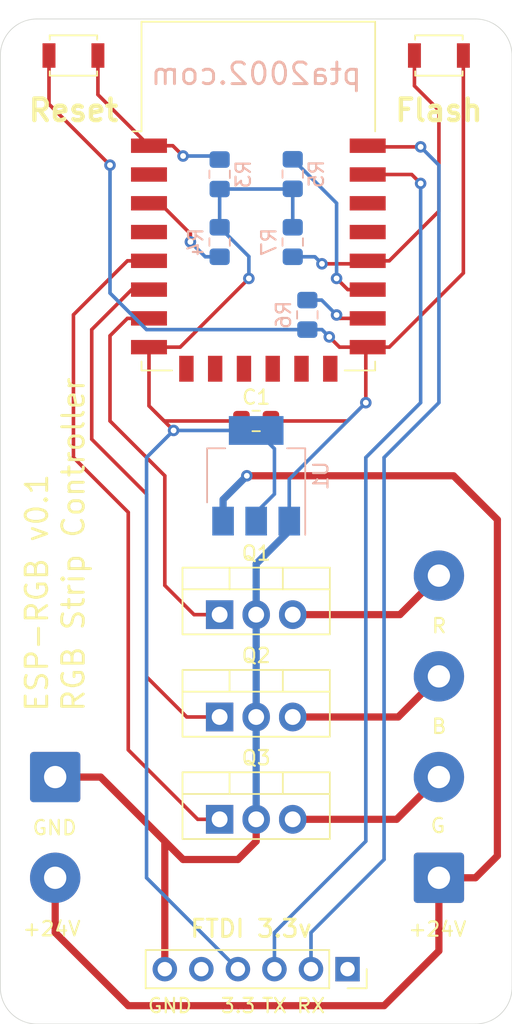
<source format=kicad_pcb>
(kicad_pcb (version 20171130) (host pcbnew 5.1.6)

  (general
    (thickness 1.6)
    (drawings 21)
    (tracks 147)
    (zones 0)
    (modules 16)
    (nets 29)
  )

  (page A4)
  (layers
    (0 F.Cu signal)
    (31 B.Cu signal)
    (32 B.Adhes user)
    (33 F.Adhes user)
    (34 B.Paste user)
    (35 F.Paste user)
    (36 B.SilkS user)
    (37 F.SilkS user)
    (38 B.Mask user)
    (39 F.Mask user)
    (40 Dwgs.User user)
    (41 Cmts.User user)
    (42 Eco1.User user)
    (43 Eco2.User user)
    (44 Edge.Cuts user)
    (45 Margin user)
    (46 B.CrtYd user)
    (47 F.CrtYd user)
    (48 B.Fab user)
    (49 F.Fab user)
  )

  (setup
    (last_trace_width 0.25)
    (user_trace_width 0.25)
    (user_trace_width 0.5)
    (trace_clearance 0.2)
    (zone_clearance 0.508)
    (zone_45_only no)
    (trace_min 0.2)
    (via_size 0.8)
    (via_drill 0.4)
    (via_min_size 0.4)
    (via_min_drill 0.3)
    (uvia_size 0.3)
    (uvia_drill 0.1)
    (uvias_allowed no)
    (uvia_min_size 0.2)
    (uvia_min_drill 0.1)
    (edge_width 0.05)
    (segment_width 0.2)
    (pcb_text_width 0.3)
    (pcb_text_size 1.5 1.5)
    (mod_edge_width 0.12)
    (mod_text_size 1 1)
    (mod_text_width 0.15)
    (pad_size 1.524 1.524)
    (pad_drill 0.762)
    (pad_to_mask_clearance 0.05)
    (aux_axis_origin 0 0)
    (visible_elements FFFFFF7F)
    (pcbplotparams
      (layerselection 0x010fc_ffffffff)
      (usegerberextensions false)
      (usegerberattributes true)
      (usegerberadvancedattributes true)
      (creategerberjobfile true)
      (excludeedgelayer true)
      (linewidth 0.100000)
      (plotframeref false)
      (viasonmask false)
      (mode 1)
      (useauxorigin false)
      (hpglpennumber 1)
      (hpglpenspeed 20)
      (hpglpendiameter 15.000000)
      (psnegative false)
      (psa4output false)
      (plotreference true)
      (plotvalue true)
      (plotinvisibletext false)
      (padsonsilk false)
      (subtractmaskfromsilk false)
      (outputformat 1)
      (mirror false)
      (drillshape 1)
      (scaleselection 1)
      (outputdirectory ""))
  )

  (net 0 "")
  (net 1 "Net-(C1-Pad2)")
  (net 2 "Net-(C1-Pad1)")
  (net 3 "Net-(J1-Pad2)")
  (net 4 "Net-(J2-Pad5)")
  (net 5 "Net-(J2-Pad3)")
  (net 6 "Net-(J2-Pad2)")
  (net 7 "Net-(J2-Pad1)")
  (net 8 "Net-(J3-Pad4)")
  (net 9 "Net-(J3-Pad3)")
  (net 10 "Net-(J3-Pad2)")
  (net 11 "Net-(Q1-Pad1)")
  (net 12 "Net-(Q2-Pad1)")
  (net 13 "Net-(Q3-Pad1)")
  (net 14 "Net-(R3-Pad2)")
  (net 15 "Net-(R4-Pad2)")
  (net 16 "Net-(R5-Pad2)")
  (net 17 "Net-(R6-Pad1)")
  (net 18 "Net-(R7-Pad2)")
  (net 19 "Net-(U2-Pad20)")
  (net 20 "Net-(U2-Pad19)")
  (net 21 "Net-(U2-Pad14)")
  (net 22 "Net-(U2-Pad13)")
  (net 23 "Net-(U2-Pad12)")
  (net 24 "Net-(U2-Pad11)")
  (net 25 "Net-(U2-Pad10)")
  (net 26 "Net-(U2-Pad9)")
  (net 27 "Net-(U2-Pad4)")
  (net 28 "Net-(U2-Pad2)")

  (net_class Default "This is the default net class."
    (clearance 0.2)
    (trace_width 0.25)
    (via_dia 0.8)
    (via_drill 0.4)
    (uvia_dia 0.3)
    (uvia_drill 0.1)
    (add_net "Net-(C1-Pad1)")
    (add_net "Net-(C1-Pad2)")
    (add_net "Net-(J1-Pad2)")
    (add_net "Net-(J2-Pad1)")
    (add_net "Net-(J2-Pad2)")
    (add_net "Net-(J2-Pad3)")
    (add_net "Net-(J2-Pad5)")
    (add_net "Net-(J3-Pad2)")
    (add_net "Net-(J3-Pad3)")
    (add_net "Net-(J3-Pad4)")
    (add_net "Net-(Q1-Pad1)")
    (add_net "Net-(Q2-Pad1)")
    (add_net "Net-(Q3-Pad1)")
    (add_net "Net-(R3-Pad2)")
    (add_net "Net-(R4-Pad2)")
    (add_net "Net-(R5-Pad2)")
    (add_net "Net-(R6-Pad1)")
    (add_net "Net-(R7-Pad2)")
    (add_net "Net-(U2-Pad10)")
    (add_net "Net-(U2-Pad11)")
    (add_net "Net-(U2-Pad12)")
    (add_net "Net-(U2-Pad13)")
    (add_net "Net-(U2-Pad14)")
    (add_net "Net-(U2-Pad19)")
    (add_net "Net-(U2-Pad2)")
    (add_net "Net-(U2-Pad20)")
    (add_net "Net-(U2-Pad4)")
    (add_net "Net-(U2-Pad9)")
  )

  (module Connector_Wire:SolderWire-0.75sqmm_1x02_P7mm_D1.25mm_OD3.5mm (layer F.Cu) (tedit 5EB70B44) (tstamp 5FBD29C0)
    (at 133.35 89.52 270)
    (descr "Soldered wire connection, for 2 times 0.75 mm² wires, reinforced insulation, conductor diameter 1.25mm, outer diameter 3.5mm, size source Multi-Contact FLEXI-xV 0.75 (https://ec.staubli.com/AcroFiles/Catalogues/TM_Cab-Main-11014119_(en)_hi.pdf), bend radius 3 times outer diameter, generated with kicad-footprint-generator")
    (tags "connector wire 0.75sqmm")
    (path /5FBC3278)
    (attr virtual)
    (fp_text reference J1 (at 3.5 -2.95 90) (layer F.Fab)
      (effects (font (size 1 1) (thickness 0.15)))
    )
    (fp_text value 24V (at 3.5 2.95 90) (layer F.Fab)
      (effects (font (size 1 1) (thickness 0.15)))
    )
    (fp_circle (center 0 0) (end 1.75 0) (layer F.Fab) (width 0.1))
    (fp_circle (center 7 0) (end 8.75 0) (layer F.Fab) (width 0.1))
    (fp_line (start -2.5 -2.25) (end -2.5 2.25) (layer F.CrtYd) (width 0.05))
    (fp_line (start -2.5 2.25) (end 2.5 2.25) (layer F.CrtYd) (width 0.05))
    (fp_line (start 2.5 2.25) (end 2.5 -2.25) (layer F.CrtYd) (width 0.05))
    (fp_line (start 2.5 -2.25) (end -2.5 -2.25) (layer F.CrtYd) (width 0.05))
    (fp_line (start 4.5 -2.25) (end 4.5 2.25) (layer F.CrtYd) (width 0.05))
    (fp_line (start 4.5 2.25) (end 9.5 2.25) (layer F.CrtYd) (width 0.05))
    (fp_line (start 9.5 2.25) (end 9.5 -2.25) (layer F.CrtYd) (width 0.05))
    (fp_line (start 9.5 -2.25) (end 4.5 -2.25) (layer F.CrtYd) (width 0.05))
    (fp_text user %R (at 3.5 0) (layer F.Fab)
      (effects (font (size 1 1) (thickness 0.15)))
    )
    (pad 2 thru_hole circle (at 7 0 270) (size 3.5 3.5) (drill 1.55) (layers *.Cu *.Mask)
      (net 3 "Net-(J1-Pad2)"))
    (pad 1 thru_hole roundrect (at 0 0 270) (size 3.5 3.5) (drill 1.55) (layers *.Cu *.Mask) (roundrect_rratio 0.07142900000000001)
      (net 1 "Net-(C1-Pad2)"))
    (model ${KISYS3DMOD}/Connector_Wire.3dshapes/SolderWire-0.75sqmm_1x02_P7mm_D1.25mm_OD3.5mm.wrl
      (at (xyz 0 0 0))
      (scale (xyz 1 1 1))
      (rotate (xyz 0 0 0))
    )
  )

  (module RF_Module:ESP-12E (layer F.Cu) (tedit 5A030172) (tstamp 5FBD0F02)
    (at 147.47 49.14)
    (descr "Wi-Fi Module, http://wiki.ai-thinker.com/_media/esp8266/docs/aithinker_esp_12f_datasheet_en.pdf")
    (tags "Wi-Fi Module")
    (path /5FBE1477)
    (attr smd)
    (fp_text reference U2 (at 10.645 11.82) (layer F.SilkS) hide
      (effects (font (size 1 1) (thickness 0.15)))
    )
    (fp_text value ESP-12F (at -0.06 -12.78) (layer F.Fab)
      (effects (font (size 1 1) (thickness 0.15)))
    )
    (fp_line (start -8 -12) (end 8 -12) (layer F.Fab) (width 0.12))
    (fp_line (start 8 -12) (end 8 12) (layer F.Fab) (width 0.12))
    (fp_line (start 8 12) (end -8 12) (layer F.Fab) (width 0.12))
    (fp_line (start -8 12) (end -8 -3) (layer F.Fab) (width 0.12))
    (fp_line (start -8 -3) (end -7.5 -3.5) (layer F.Fab) (width 0.12))
    (fp_line (start -7.5 -3.5) (end -8 -4) (layer F.Fab) (width 0.12))
    (fp_line (start -8 -4) (end -8 -12) (layer F.Fab) (width 0.12))
    (fp_line (start -9.05 -12.2) (end 9.05 -12.2) (layer F.CrtYd) (width 0.05))
    (fp_line (start 9.05 -12.2) (end 9.05 13.1) (layer F.CrtYd) (width 0.05))
    (fp_line (start 9.05 13.1) (end -9.05 13.1) (layer F.CrtYd) (width 0.05))
    (fp_line (start -9.05 13.1) (end -9.05 -12.2) (layer F.CrtYd) (width 0.05))
    (fp_line (start -8.12 -12.12) (end 8.12 -12.12) (layer F.SilkS) (width 0.12))
    (fp_line (start 8.12 -12.12) (end 8.12 -4.5) (layer F.SilkS) (width 0.12))
    (fp_line (start 8.12 11.5) (end 8.12 12.12) (layer F.SilkS) (width 0.12))
    (fp_line (start 8.12 12.12) (end 6 12.12) (layer F.SilkS) (width 0.12))
    (fp_line (start -6 12.12) (end -8.12 12.12) (layer F.SilkS) (width 0.12))
    (fp_line (start -8.12 12.12) (end -8.12 11.5) (layer F.SilkS) (width 0.12))
    (fp_line (start -8.12 -4.5) (end -8.12 -12.12) (layer F.SilkS) (width 0.12))
    (fp_line (start -8.12 -4.5) (end -8.73 -4.5) (layer F.SilkS) (width 0.12))
    (fp_line (start -8.12 -12.12) (end 8.12 -12.12) (layer Dwgs.User) (width 0.12))
    (fp_line (start 8.12 -12.12) (end 8.12 -4.8) (layer Dwgs.User) (width 0.12))
    (fp_line (start 8.12 -4.8) (end -8.12 -4.8) (layer Dwgs.User) (width 0.12))
    (fp_line (start -8.12 -4.8) (end -8.12 -12.12) (layer Dwgs.User) (width 0.12))
    (fp_line (start -8.12 -9.12) (end -5.12 -12.12) (layer Dwgs.User) (width 0.12))
    (fp_line (start -8.12 -6.12) (end -2.12 -12.12) (layer Dwgs.User) (width 0.12))
    (fp_line (start -6.44 -4.8) (end 0.88 -12.12) (layer Dwgs.User) (width 0.12))
    (fp_line (start -3.44 -4.8) (end 3.88 -12.12) (layer Dwgs.User) (width 0.12))
    (fp_line (start -0.44 -4.8) (end 6.88 -12.12) (layer Dwgs.User) (width 0.12))
    (fp_line (start 2.56 -4.8) (end 8.12 -10.36) (layer Dwgs.User) (width 0.12))
    (fp_line (start 5.56 -4.8) (end 8.12 -7.36) (layer Dwgs.User) (width 0.12))
    (fp_text user %R (at 0.49 -0.8) (layer F.Fab)
      (effects (font (size 1 1) (thickness 0.15)))
    )
    (fp_text user "KEEP-OUT ZONE" (at 0.03 -9.55 180) (layer Cmts.User)
      (effects (font (size 1 1) (thickness 0.15)))
    )
    (fp_text user Antenna (at -0.06 -7 180) (layer Cmts.User)
      (effects (font (size 1 1) (thickness 0.15)))
    )
    (pad 22 smd rect (at 7.6 -3.5) (size 2.5 1) (layers F.Cu F.Paste F.Mask)
      (net 6 "Net-(J2-Pad2)"))
    (pad 21 smd rect (at 7.6 -1.5) (size 2.5 1) (layers F.Cu F.Paste F.Mask)
      (net 5 "Net-(J2-Pad3)"))
    (pad 20 smd rect (at 7.6 0.5) (size 2.5 1) (layers F.Cu F.Paste F.Mask)
      (net 19 "Net-(U2-Pad20)"))
    (pad 19 smd rect (at 7.6 2.5) (size 2.5 1) (layers F.Cu F.Paste F.Mask)
      (net 20 "Net-(U2-Pad19)"))
    (pad 18 smd rect (at 7.6 4.5) (size 2.5 1) (layers F.Cu F.Paste F.Mask)
      (net 18 "Net-(R7-Pad2)"))
    (pad 17 smd rect (at 7.6 6.5) (size 2.5 1) (layers F.Cu F.Paste F.Mask)
      (net 16 "Net-(R5-Pad2)"))
    (pad 16 smd rect (at 7.6 8.5) (size 2.5 1) (layers F.Cu F.Paste F.Mask)
      (net 17 "Net-(R6-Pad1)"))
    (pad 15 smd rect (at 7.6 10.5) (size 2.5 1) (layers F.Cu F.Paste F.Mask)
      (net 1 "Net-(C1-Pad2)"))
    (pad 14 smd rect (at 5 12) (size 1 1.8) (layers F.Cu F.Paste F.Mask)
      (net 21 "Net-(U2-Pad14)"))
    (pad 13 smd rect (at 3 12) (size 1 1.8) (layers F.Cu F.Paste F.Mask)
      (net 22 "Net-(U2-Pad13)"))
    (pad 12 smd rect (at 1 12) (size 1 1.8) (layers F.Cu F.Paste F.Mask)
      (net 23 "Net-(U2-Pad12)"))
    (pad 11 smd rect (at -1 12) (size 1 1.8) (layers F.Cu F.Paste F.Mask)
      (net 24 "Net-(U2-Pad11)"))
    (pad 10 smd rect (at -3 12) (size 1 1.8) (layers F.Cu F.Paste F.Mask)
      (net 25 "Net-(U2-Pad10)"))
    (pad 9 smd rect (at -5 12) (size 1 1.8) (layers F.Cu F.Paste F.Mask)
      (net 26 "Net-(U2-Pad9)"))
    (pad 8 smd rect (at -7.6 10.5) (size 2.5 1) (layers F.Cu F.Paste F.Mask)
      (net 2 "Net-(C1-Pad1)"))
    (pad 7 smd rect (at -7.6 8.5) (size 2.5 1) (layers F.Cu F.Paste F.Mask)
      (net 11 "Net-(Q1-Pad1)"))
    (pad 6 smd rect (at -7.6 6.5) (size 2.5 1) (layers F.Cu F.Paste F.Mask)
      (net 12 "Net-(Q2-Pad1)"))
    (pad 5 smd rect (at -7.6 4.5) (size 2.5 1) (layers F.Cu F.Paste F.Mask)
      (net 13 "Net-(Q3-Pad1)"))
    (pad 4 smd rect (at -7.6 2.5) (size 2.5 1) (layers F.Cu F.Paste F.Mask)
      (net 27 "Net-(U2-Pad4)"))
    (pad 3 smd rect (at -7.6 0.5) (size 2.5 1) (layers F.Cu F.Paste F.Mask)
      (net 15 "Net-(R4-Pad2)"))
    (pad 2 smd rect (at -7.6 -1.5) (size 2.5 1) (layers F.Cu F.Paste F.Mask)
      (net 28 "Net-(U2-Pad2)"))
    (pad 1 smd rect (at -7.6 -3.5) (size 2.5 1) (layers F.Cu F.Paste F.Mask)
      (net 14 "Net-(R3-Pad2)"))
    (model ${KISYS3DMOD}/RF_Module.3dshapes/ESP-12E.wrl
      (at (xyz 0 0 0))
      (scale (xyz 1 1 1))
      (rotate (xyz 0 0 0))
    )
  )

  (module Package_TO_SOT_SMD:SOT-223-3_TabPin2 (layer B.Cu) (tedit 5A02FF57) (tstamp 5FBD12BE)
    (at 147.32 68.58 90)
    (descr "module CMS SOT223 4 pins")
    (tags "CMS SOT")
    (path /5FBD4285)
    (attr smd)
    (fp_text reference U1 (at 0 4.5 90) (layer B.SilkS)
      (effects (font (size 1 1) (thickness 0.15)) (justify mirror))
    )
    (fp_text value LM1117-3.3 (at 0 -4.5 90) (layer B.Fab)
      (effects (font (size 1 1) (thickness 0.15)) (justify mirror))
    )
    (fp_line (start 1.91 -3.41) (end 1.91 -2.15) (layer B.SilkS) (width 0.12))
    (fp_line (start 1.91 3.41) (end 1.91 2.15) (layer B.SilkS) (width 0.12))
    (fp_line (start 4.4 3.6) (end -4.4 3.6) (layer B.CrtYd) (width 0.05))
    (fp_line (start 4.4 -3.6) (end 4.4 3.6) (layer B.CrtYd) (width 0.05))
    (fp_line (start -4.4 -3.6) (end 4.4 -3.6) (layer B.CrtYd) (width 0.05))
    (fp_line (start -4.4 3.6) (end -4.4 -3.6) (layer B.CrtYd) (width 0.05))
    (fp_line (start -1.85 2.35) (end -0.85 3.35) (layer B.Fab) (width 0.1))
    (fp_line (start -1.85 2.35) (end -1.85 -3.35) (layer B.Fab) (width 0.1))
    (fp_line (start -1.85 -3.41) (end 1.91 -3.41) (layer B.SilkS) (width 0.12))
    (fp_line (start -0.85 3.35) (end 1.85 3.35) (layer B.Fab) (width 0.1))
    (fp_line (start -4.1 3.41) (end 1.91 3.41) (layer B.SilkS) (width 0.12))
    (fp_line (start -1.85 -3.35) (end 1.85 -3.35) (layer B.Fab) (width 0.1))
    (fp_line (start 1.85 3.35) (end 1.85 -3.35) (layer B.Fab) (width 0.1))
    (fp_text user %R (at 0 0 180) (layer B.Fab)
      (effects (font (size 0.8 0.8) (thickness 0.12)) (justify mirror))
    )
    (pad 1 smd rect (at -3.15 2.3 90) (size 2 1.5) (layers B.Cu B.Paste B.Mask)
      (net 1 "Net-(C1-Pad2)"))
    (pad 3 smd rect (at -3.15 -2.3 90) (size 2 1.5) (layers B.Cu B.Paste B.Mask)
      (net 3 "Net-(J1-Pad2)"))
    (pad 2 smd rect (at -3.15 0 90) (size 2 1.5) (layers B.Cu B.Paste B.Mask)
      (net 2 "Net-(C1-Pad1)"))
    (pad 2 smd rect (at 3.15 0 90) (size 2 3.8) (layers B.Cu B.Paste B.Mask)
      (net 2 "Net-(C1-Pad1)"))
    (model ${KISYS3DMOD}/Package_TO_SOT_SMD.3dshapes/SOT-223.wrl
      (at (xyz 0 0 0))
      (scale (xyz 1 1 1))
      (rotate (xyz 0 0 0))
    )
  )

  (module Button_Switch_SMD:SW_SPST_B3U-1000P (layer F.Cu) (tedit 5A02FC95) (tstamp 5FBD0EB1)
    (at 160.02 39.37)
    (descr "Ultra-small-sized Tactile Switch with High Contact Reliability, Top-actuated Model, without Ground Terminal, without Boss")
    (tags "Tactile Switch")
    (path /5FBF189D)
    (attr smd)
    (fp_text reference SW2 (at 0 -2.5) (layer F.Fab)
      (effects (font (size 1 1) (thickness 0.15)))
    )
    (fp_text value Flash (at 0 3.81) (layer F.SilkS)
      (effects (font (size 1.5 1.5) (thickness 0.3)))
    )
    (fp_line (start -2.4 1.65) (end 2.4 1.65) (layer F.CrtYd) (width 0.05))
    (fp_line (start 2.4 1.65) (end 2.4 -1.65) (layer F.CrtYd) (width 0.05))
    (fp_line (start 2.4 -1.65) (end -2.4 -1.65) (layer F.CrtYd) (width 0.05))
    (fp_line (start -2.4 -1.65) (end -2.4 1.65) (layer F.CrtYd) (width 0.05))
    (fp_line (start -1.65 1.1) (end -1.65 1.4) (layer F.SilkS) (width 0.12))
    (fp_line (start -1.65 1.4) (end 1.65 1.4) (layer F.SilkS) (width 0.12))
    (fp_line (start 1.65 1.4) (end 1.65 1.1) (layer F.SilkS) (width 0.12))
    (fp_line (start -1.65 -1.1) (end -1.65 -1.4) (layer F.SilkS) (width 0.12))
    (fp_line (start -1.65 -1.4) (end 1.65 -1.4) (layer F.SilkS) (width 0.12))
    (fp_line (start 1.65 -1.4) (end 1.65 -1.1) (layer F.SilkS) (width 0.12))
    (fp_line (start -1.5 -1.25) (end 1.5 -1.25) (layer F.Fab) (width 0.1))
    (fp_line (start 1.5 -1.25) (end 1.5 1.25) (layer F.Fab) (width 0.1))
    (fp_line (start 1.5 1.25) (end -1.5 1.25) (layer F.Fab) (width 0.1))
    (fp_line (start -1.5 1.25) (end -1.5 -1.25) (layer F.Fab) (width 0.1))
    (fp_circle (center 0 0) (end 0.75 0) (layer F.Fab) (width 0.1))
    (fp_text user %R (at 0 -2.5) (layer F.Fab)
      (effects (font (size 1 1) (thickness 0.15)))
    )
    (pad 2 smd rect (at 1.7 0) (size 0.9 1.7) (layers F.Cu F.Paste F.Mask)
      (net 1 "Net-(C1-Pad2)"))
    (pad 1 smd rect (at -1.7 0) (size 0.9 1.7) (layers F.Cu F.Paste F.Mask)
      (net 18 "Net-(R7-Pad2)"))
    (model ${KISYS3DMOD}/Button_Switch_SMD.3dshapes/SW_SPST_B3U-1000P.wrl
      (at (xyz 0 0 0))
      (scale (xyz 1 1 1))
      (rotate (xyz 0 0 0))
    )
  )

  (module Button_Switch_SMD:SW_SPST_B3U-1000P (layer F.Cu) (tedit 5A02FC95) (tstamp 5FBD31EB)
    (at 134.62 39.37)
    (descr "Ultra-small-sized Tactile Switch with High Contact Reliability, Top-actuated Model, without Ground Terminal, without Boss")
    (tags "Tactile Switch")
    (path /5FBEC80A)
    (attr smd)
    (fp_text reference SW1 (at 0 -2.5) (layer F.Fab)
      (effects (font (size 1 1) (thickness 0.15)))
    )
    (fp_text value Reset (at 0 3.81) (layer F.SilkS)
      (effects (font (size 1.5 1.5) (thickness 0.3)))
    )
    (fp_line (start -2.4 1.65) (end 2.4 1.65) (layer F.CrtYd) (width 0.05))
    (fp_line (start 2.4 1.65) (end 2.4 -1.65) (layer F.CrtYd) (width 0.05))
    (fp_line (start 2.4 -1.65) (end -2.4 -1.65) (layer F.CrtYd) (width 0.05))
    (fp_line (start -2.4 -1.65) (end -2.4 1.65) (layer F.CrtYd) (width 0.05))
    (fp_line (start -1.65 1.1) (end -1.65 1.4) (layer F.SilkS) (width 0.12))
    (fp_line (start -1.65 1.4) (end 1.65 1.4) (layer F.SilkS) (width 0.12))
    (fp_line (start 1.65 1.4) (end 1.65 1.1) (layer F.SilkS) (width 0.12))
    (fp_line (start -1.65 -1.1) (end -1.65 -1.4) (layer F.SilkS) (width 0.12))
    (fp_line (start -1.65 -1.4) (end 1.65 -1.4) (layer F.SilkS) (width 0.12))
    (fp_line (start 1.65 -1.4) (end 1.65 -1.1) (layer F.SilkS) (width 0.12))
    (fp_line (start -1.5 -1.25) (end 1.5 -1.25) (layer F.Fab) (width 0.1))
    (fp_line (start 1.5 -1.25) (end 1.5 1.25) (layer F.Fab) (width 0.1))
    (fp_line (start 1.5 1.25) (end -1.5 1.25) (layer F.Fab) (width 0.1))
    (fp_line (start -1.5 1.25) (end -1.5 -1.25) (layer F.Fab) (width 0.1))
    (fp_circle (center 0 0) (end 0.75 0) (layer F.Fab) (width 0.1))
    (fp_text user %R (at 0 -2.5) (layer F.Fab)
      (effects (font (size 1 1) (thickness 0.15)))
    )
    (pad 2 smd rect (at 1.7 0) (size 0.9 1.7) (layers F.Cu F.Paste F.Mask)
      (net 14 "Net-(R3-Pad2)"))
    (pad 1 smd rect (at -1.7 0) (size 0.9 1.7) (layers F.Cu F.Paste F.Mask)
      (net 1 "Net-(C1-Pad2)"))
    (model ${KISYS3DMOD}/Button_Switch_SMD.3dshapes/SW_SPST_B3U-1000P.wrl
      (at (xyz 0 0 0))
      (scale (xyz 1 1 1))
      (rotate (xyz 0 0 0))
    )
  )

  (module Resistor_SMD:R_0805_2012Metric_Pad1.15x1.40mm_HandSolder (layer B.Cu) (tedit 5B36C52B) (tstamp 5FBD0E85)
    (at 149.86 52.333 270)
    (descr "Resistor SMD 0805 (2012 Metric), square (rectangular) end terminal, IPC_7351 nominal with elongated pad for handsoldering. (Body size source: https://docs.google.com/spreadsheets/d/1BsfQQcO9C6DZCsRaXUlFlo91Tg2WpOkGARC1WS5S8t0/edit?usp=sharing), generated with kicad-footprint-generator")
    (tags "resistor handsolder")
    (path /5FBF0D35)
    (attr smd)
    (fp_text reference R7 (at 0 1.65 90) (layer B.SilkS)
      (effects (font (size 1 1) (thickness 0.15)) (justify mirror))
    )
    (fp_text value 10k (at 0 -1.65 90) (layer B.Fab)
      (effects (font (size 1 1) (thickness 0.15)) (justify mirror))
    )
    (fp_line (start -1 -0.6) (end -1 0.6) (layer B.Fab) (width 0.1))
    (fp_line (start -1 0.6) (end 1 0.6) (layer B.Fab) (width 0.1))
    (fp_line (start 1 0.6) (end 1 -0.6) (layer B.Fab) (width 0.1))
    (fp_line (start 1 -0.6) (end -1 -0.6) (layer B.Fab) (width 0.1))
    (fp_line (start -0.261252 0.71) (end 0.261252 0.71) (layer B.SilkS) (width 0.12))
    (fp_line (start -0.261252 -0.71) (end 0.261252 -0.71) (layer B.SilkS) (width 0.12))
    (fp_line (start -1.85 -0.95) (end -1.85 0.95) (layer B.CrtYd) (width 0.05))
    (fp_line (start -1.85 0.95) (end 1.85 0.95) (layer B.CrtYd) (width 0.05))
    (fp_line (start 1.85 0.95) (end 1.85 -0.95) (layer B.CrtYd) (width 0.05))
    (fp_line (start 1.85 -0.95) (end -1.85 -0.95) (layer B.CrtYd) (width 0.05))
    (fp_text user %R (at 0 0 90) (layer B.Fab)
      (effects (font (size 0.5 0.5) (thickness 0.08)) (justify mirror))
    )
    (pad 2 smd roundrect (at 1.025 0 270) (size 1.15 1.4) (layers B.Cu B.Paste B.Mask) (roundrect_rratio 0.217391)
      (net 18 "Net-(R7-Pad2)"))
    (pad 1 smd roundrect (at -1.025 0 270) (size 1.15 1.4) (layers B.Cu B.Paste B.Mask) (roundrect_rratio 0.217391)
      (net 2 "Net-(C1-Pad1)"))
    (model ${KISYS3DMOD}/Resistor_SMD.3dshapes/R_0805_2012Metric.wrl
      (at (xyz 0 0 0))
      (scale (xyz 1 1 1))
      (rotate (xyz 0 0 0))
    )
  )

  (module Resistor_SMD:R_0805_2012Metric_Pad1.15x1.40mm_HandSolder (layer B.Cu) (tedit 5B36C52B) (tstamp 5FBD0E74)
    (at 150.876 57.395 270)
    (descr "Resistor SMD 0805 (2012 Metric), square (rectangular) end terminal, IPC_7351 nominal with elongated pad for handsoldering. (Body size source: https://docs.google.com/spreadsheets/d/1BsfQQcO9C6DZCsRaXUlFlo91Tg2WpOkGARC1WS5S8t0/edit?usp=sharing), generated with kicad-footprint-generator")
    (tags "resistor handsolder")
    (path /5FBF00A2)
    (attr smd)
    (fp_text reference R6 (at 0 1.65 90) (layer B.SilkS)
      (effects (font (size 1 1) (thickness 0.15)) (justify mirror))
    )
    (fp_text value 10k (at 0 -1.65 90) (layer B.Fab)
      (effects (font (size 1 1) (thickness 0.15)) (justify mirror))
    )
    (fp_line (start -1 -0.6) (end -1 0.6) (layer B.Fab) (width 0.1))
    (fp_line (start -1 0.6) (end 1 0.6) (layer B.Fab) (width 0.1))
    (fp_line (start 1 0.6) (end 1 -0.6) (layer B.Fab) (width 0.1))
    (fp_line (start 1 -0.6) (end -1 -0.6) (layer B.Fab) (width 0.1))
    (fp_line (start -0.261252 0.71) (end 0.261252 0.71) (layer B.SilkS) (width 0.12))
    (fp_line (start -0.261252 -0.71) (end 0.261252 -0.71) (layer B.SilkS) (width 0.12))
    (fp_line (start -1.85 -0.95) (end -1.85 0.95) (layer B.CrtYd) (width 0.05))
    (fp_line (start -1.85 0.95) (end 1.85 0.95) (layer B.CrtYd) (width 0.05))
    (fp_line (start 1.85 0.95) (end 1.85 -0.95) (layer B.CrtYd) (width 0.05))
    (fp_line (start 1.85 -0.95) (end -1.85 -0.95) (layer B.CrtYd) (width 0.05))
    (fp_text user %R (at 0 0 90) (layer B.Fab)
      (effects (font (size 0.5 0.5) (thickness 0.08)) (justify mirror))
    )
    (pad 2 smd roundrect (at 1.025 0 270) (size 1.15 1.4) (layers B.Cu B.Paste B.Mask) (roundrect_rratio 0.217391)
      (net 1 "Net-(C1-Pad2)"))
    (pad 1 smd roundrect (at -1.025 0 270) (size 1.15 1.4) (layers B.Cu B.Paste B.Mask) (roundrect_rratio 0.217391)
      (net 17 "Net-(R6-Pad1)"))
    (model ${KISYS3DMOD}/Resistor_SMD.3dshapes/R_0805_2012Metric.wrl
      (at (xyz 0 0 0))
      (scale (xyz 1 1 1))
      (rotate (xyz 0 0 0))
    )
  )

  (module Resistor_SMD:R_0805_2012Metric_Pad1.15x1.40mm_HandSolder (layer B.Cu) (tedit 5B36C52B) (tstamp 5FBD0E63)
    (at 149.86 47.609004 90)
    (descr "Resistor SMD 0805 (2012 Metric), square (rectangular) end terminal, IPC_7351 nominal with elongated pad for handsoldering. (Body size source: https://docs.google.com/spreadsheets/d/1BsfQQcO9C6DZCsRaXUlFlo91Tg2WpOkGARC1WS5S8t0/edit?usp=sharing), generated with kicad-footprint-generator")
    (tags "resistor handsolder")
    (path /5FBF849C)
    (attr smd)
    (fp_text reference R5 (at 0 1.65 90) (layer B.SilkS)
      (effects (font (size 1 1) (thickness 0.15)) (justify mirror))
    )
    (fp_text value 10k (at 0 -1.65 90) (layer B.Fab)
      (effects (font (size 1 1) (thickness 0.15)) (justify mirror))
    )
    (fp_line (start -1 -0.6) (end -1 0.6) (layer B.Fab) (width 0.1))
    (fp_line (start -1 0.6) (end 1 0.6) (layer B.Fab) (width 0.1))
    (fp_line (start 1 0.6) (end 1 -0.6) (layer B.Fab) (width 0.1))
    (fp_line (start 1 -0.6) (end -1 -0.6) (layer B.Fab) (width 0.1))
    (fp_line (start -0.261252 0.71) (end 0.261252 0.71) (layer B.SilkS) (width 0.12))
    (fp_line (start -0.261252 -0.71) (end 0.261252 -0.71) (layer B.SilkS) (width 0.12))
    (fp_line (start -1.85 -0.95) (end -1.85 0.95) (layer B.CrtYd) (width 0.05))
    (fp_line (start -1.85 0.95) (end 1.85 0.95) (layer B.CrtYd) (width 0.05))
    (fp_line (start 1.85 0.95) (end 1.85 -0.95) (layer B.CrtYd) (width 0.05))
    (fp_line (start 1.85 -0.95) (end -1.85 -0.95) (layer B.CrtYd) (width 0.05))
    (fp_text user %R (at 0 0 90) (layer B.Fab)
      (effects (font (size 0.5 0.5) (thickness 0.08)) (justify mirror))
    )
    (pad 2 smd roundrect (at 1.025 0 90) (size 1.15 1.4) (layers B.Cu B.Paste B.Mask) (roundrect_rratio 0.217391)
      (net 16 "Net-(R5-Pad2)"))
    (pad 1 smd roundrect (at -1.025 0 90) (size 1.15 1.4) (layers B.Cu B.Paste B.Mask) (roundrect_rratio 0.217391)
      (net 2 "Net-(C1-Pad1)"))
    (model ${KISYS3DMOD}/Resistor_SMD.3dshapes/R_0805_2012Metric.wrl
      (at (xyz 0 0 0))
      (scale (xyz 1 1 1))
      (rotate (xyz 0 0 0))
    )
  )

  (module Resistor_SMD:R_0805_2012Metric_Pad1.15x1.40mm_HandSolder (layer B.Cu) (tedit 5B36C52B) (tstamp 5FBD0E52)
    (at 144.78 52.333 270)
    (descr "Resistor SMD 0805 (2012 Metric), square (rectangular) end terminal, IPC_7351 nominal with elongated pad for handsoldering. (Body size source: https://docs.google.com/spreadsheets/d/1BsfQQcO9C6DZCsRaXUlFlo91Tg2WpOkGARC1WS5S8t0/edit?usp=sharing), generated with kicad-footprint-generator")
    (tags "resistor handsolder")
    (path /5FBEAC31)
    (attr smd)
    (fp_text reference R4 (at 0 1.65 90) (layer B.SilkS)
      (effects (font (size 1 1) (thickness 0.15)) (justify mirror))
    )
    (fp_text value 10k (at 0 -1.65 90) (layer B.Fab)
      (effects (font (size 1 1) (thickness 0.15)) (justify mirror))
    )
    (fp_line (start -1 -0.6) (end -1 0.6) (layer B.Fab) (width 0.1))
    (fp_line (start -1 0.6) (end 1 0.6) (layer B.Fab) (width 0.1))
    (fp_line (start 1 0.6) (end 1 -0.6) (layer B.Fab) (width 0.1))
    (fp_line (start 1 -0.6) (end -1 -0.6) (layer B.Fab) (width 0.1))
    (fp_line (start -0.261252 0.71) (end 0.261252 0.71) (layer B.SilkS) (width 0.12))
    (fp_line (start -0.261252 -0.71) (end 0.261252 -0.71) (layer B.SilkS) (width 0.12))
    (fp_line (start -1.85 -0.95) (end -1.85 0.95) (layer B.CrtYd) (width 0.05))
    (fp_line (start -1.85 0.95) (end 1.85 0.95) (layer B.CrtYd) (width 0.05))
    (fp_line (start 1.85 0.95) (end 1.85 -0.95) (layer B.CrtYd) (width 0.05))
    (fp_line (start 1.85 -0.95) (end -1.85 -0.95) (layer B.CrtYd) (width 0.05))
    (fp_text user %R (at 0 0 90) (layer B.Fab)
      (effects (font (size 0.5 0.5) (thickness 0.08)) (justify mirror))
    )
    (pad 2 smd roundrect (at 1.025 0 270) (size 1.15 1.4) (layers B.Cu B.Paste B.Mask) (roundrect_rratio 0.217391)
      (net 15 "Net-(R4-Pad2)"))
    (pad 1 smd roundrect (at -1.025 0 270) (size 1.15 1.4) (layers B.Cu B.Paste B.Mask) (roundrect_rratio 0.217391)
      (net 2 "Net-(C1-Pad1)"))
    (model ${KISYS3DMOD}/Resistor_SMD.3dshapes/R_0805_2012Metric.wrl
      (at (xyz 0 0 0))
      (scale (xyz 1 1 1))
      (rotate (xyz 0 0 0))
    )
  )

  (module Resistor_SMD:R_0805_2012Metric_Pad1.15x1.40mm_HandSolder (layer B.Cu) (tedit 5B36C52B) (tstamp 5FBD0E41)
    (at 144.78 47.625 90)
    (descr "Resistor SMD 0805 (2012 Metric), square (rectangular) end terminal, IPC_7351 nominal with elongated pad for handsoldering. (Body size source: https://docs.google.com/spreadsheets/d/1BsfQQcO9C6DZCsRaXUlFlo91Tg2WpOkGARC1WS5S8t0/edit?usp=sharing), generated with kicad-footprint-generator")
    (tags "resistor handsolder")
    (path /5FBE5A3E)
    (attr smd)
    (fp_text reference R3 (at 0 1.65 90) (layer B.SilkS)
      (effects (font (size 1 1) (thickness 0.15)) (justify mirror))
    )
    (fp_text value 10k (at 0 -1.65 90) (layer B.Fab)
      (effects (font (size 1 1) (thickness 0.15)) (justify mirror))
    )
    (fp_line (start -1 -0.6) (end -1 0.6) (layer B.Fab) (width 0.1))
    (fp_line (start -1 0.6) (end 1 0.6) (layer B.Fab) (width 0.1))
    (fp_line (start 1 0.6) (end 1 -0.6) (layer B.Fab) (width 0.1))
    (fp_line (start 1 -0.6) (end -1 -0.6) (layer B.Fab) (width 0.1))
    (fp_line (start -0.261252 0.71) (end 0.261252 0.71) (layer B.SilkS) (width 0.12))
    (fp_line (start -0.261252 -0.71) (end 0.261252 -0.71) (layer B.SilkS) (width 0.12))
    (fp_line (start -1.85 -0.95) (end -1.85 0.95) (layer B.CrtYd) (width 0.05))
    (fp_line (start -1.85 0.95) (end 1.85 0.95) (layer B.CrtYd) (width 0.05))
    (fp_line (start 1.85 0.95) (end 1.85 -0.95) (layer B.CrtYd) (width 0.05))
    (fp_line (start 1.85 -0.95) (end -1.85 -0.95) (layer B.CrtYd) (width 0.05))
    (fp_text user %R (at 0 0 90) (layer B.Fab)
      (effects (font (size 0.5 0.5) (thickness 0.08)) (justify mirror))
    )
    (pad 2 smd roundrect (at 1.025 0 90) (size 1.15 1.4) (layers B.Cu B.Paste B.Mask) (roundrect_rratio 0.217391)
      (net 14 "Net-(R3-Pad2)"))
    (pad 1 smd roundrect (at -1.025 0 90) (size 1.15 1.4) (layers B.Cu B.Paste B.Mask) (roundrect_rratio 0.217391)
      (net 2 "Net-(C1-Pad1)"))
    (model ${KISYS3DMOD}/Resistor_SMD.3dshapes/R_0805_2012Metric.wrl
      (at (xyz 0 0 0))
      (scale (xyz 1 1 1))
      (rotate (xyz 0 0 0))
    )
  )

  (module Package_TO_SOT_THT:TO-220-3_Vertical (layer F.Cu) (tedit 5AC8BA0D) (tstamp 5FBD0E30)
    (at 144.78 92.456)
    (descr "TO-220-3, Vertical, RM 2.54mm, see https://www.vishay.com/docs/66542/to-220-1.pdf")
    (tags "TO-220-3 Vertical RM 2.54mm")
    (path /5FBCD047)
    (fp_text reference Q3 (at 2.54 -4.27) (layer F.SilkS)
      (effects (font (size 1 1) (thickness 0.15)))
    )
    (fp_text value IRLZ44N (at 2.54 2.5) (layer F.Fab)
      (effects (font (size 1 1) (thickness 0.15)))
    )
    (fp_line (start -2.46 -3.15) (end -2.46 1.25) (layer F.Fab) (width 0.1))
    (fp_line (start -2.46 1.25) (end 7.54 1.25) (layer F.Fab) (width 0.1))
    (fp_line (start 7.54 1.25) (end 7.54 -3.15) (layer F.Fab) (width 0.1))
    (fp_line (start 7.54 -3.15) (end -2.46 -3.15) (layer F.Fab) (width 0.1))
    (fp_line (start -2.46 -1.88) (end 7.54 -1.88) (layer F.Fab) (width 0.1))
    (fp_line (start 0.69 -3.15) (end 0.69 -1.88) (layer F.Fab) (width 0.1))
    (fp_line (start 4.39 -3.15) (end 4.39 -1.88) (layer F.Fab) (width 0.1))
    (fp_line (start -2.58 -3.27) (end 7.66 -3.27) (layer F.SilkS) (width 0.12))
    (fp_line (start -2.58 1.371) (end 7.66 1.371) (layer F.SilkS) (width 0.12))
    (fp_line (start -2.58 -3.27) (end -2.58 1.371) (layer F.SilkS) (width 0.12))
    (fp_line (start 7.66 -3.27) (end 7.66 1.371) (layer F.SilkS) (width 0.12))
    (fp_line (start -2.58 -1.76) (end 7.66 -1.76) (layer F.SilkS) (width 0.12))
    (fp_line (start 0.69 -3.27) (end 0.69 -1.76) (layer F.SilkS) (width 0.12))
    (fp_line (start 4.391 -3.27) (end 4.391 -1.76) (layer F.SilkS) (width 0.12))
    (fp_line (start -2.71 -3.4) (end -2.71 1.51) (layer F.CrtYd) (width 0.05))
    (fp_line (start -2.71 1.51) (end 7.79 1.51) (layer F.CrtYd) (width 0.05))
    (fp_line (start 7.79 1.51) (end 7.79 -3.4) (layer F.CrtYd) (width 0.05))
    (fp_line (start 7.79 -3.4) (end -2.71 -3.4) (layer F.CrtYd) (width 0.05))
    (fp_text user %R (at 2.54 -4.27) (layer F.Fab)
      (effects (font (size 1 1) (thickness 0.15)))
    )
    (pad 3 thru_hole oval (at 5.08 0) (size 1.905 2) (drill 1.1) (layers *.Cu *.Mask)
      (net 10 "Net-(J3-Pad2)"))
    (pad 2 thru_hole oval (at 2.54 0) (size 1.905 2) (drill 1.1) (layers *.Cu *.Mask)
      (net 1 "Net-(C1-Pad2)"))
    (pad 1 thru_hole rect (at 0 0) (size 1.905 2) (drill 1.1) (layers *.Cu *.Mask)
      (net 13 "Net-(Q3-Pad1)"))
    (model ${KISYS3DMOD}/Package_TO_SOT_THT.3dshapes/TO-220-3_Vertical.wrl
      (at (xyz 0 0 0))
      (scale (xyz 1 1 1))
      (rotate (xyz 0 0 0))
    )
  )

  (module Package_TO_SOT_THT:TO-220-3_Vertical (layer F.Cu) (tedit 5AC8BA0D) (tstamp 5FBD0E16)
    (at 144.78 85.344)
    (descr "TO-220-3, Vertical, RM 2.54mm, see https://www.vishay.com/docs/66542/to-220-1.pdf")
    (tags "TO-220-3 Vertical RM 2.54mm")
    (path /5FBE61DA)
    (fp_text reference Q2 (at 2.54 -4.27) (layer F.SilkS)
      (effects (font (size 1 1) (thickness 0.15)))
    )
    (fp_text value IRLZ44N (at 2.54 2.5) (layer F.Fab)
      (effects (font (size 1 1) (thickness 0.15)))
    )
    (fp_line (start -2.46 -3.15) (end -2.46 1.25) (layer F.Fab) (width 0.1))
    (fp_line (start -2.46 1.25) (end 7.54 1.25) (layer F.Fab) (width 0.1))
    (fp_line (start 7.54 1.25) (end 7.54 -3.15) (layer F.Fab) (width 0.1))
    (fp_line (start 7.54 -3.15) (end -2.46 -3.15) (layer F.Fab) (width 0.1))
    (fp_line (start -2.46 -1.88) (end 7.54 -1.88) (layer F.Fab) (width 0.1))
    (fp_line (start 0.69 -3.15) (end 0.69 -1.88) (layer F.Fab) (width 0.1))
    (fp_line (start 4.39 -3.15) (end 4.39 -1.88) (layer F.Fab) (width 0.1))
    (fp_line (start -2.58 -3.27) (end 7.66 -3.27) (layer F.SilkS) (width 0.12))
    (fp_line (start -2.58 1.371) (end 7.66 1.371) (layer F.SilkS) (width 0.12))
    (fp_line (start -2.58 -3.27) (end -2.58 1.371) (layer F.SilkS) (width 0.12))
    (fp_line (start 7.66 -3.27) (end 7.66 1.371) (layer F.SilkS) (width 0.12))
    (fp_line (start -2.58 -1.76) (end 7.66 -1.76) (layer F.SilkS) (width 0.12))
    (fp_line (start 0.69 -3.27) (end 0.69 -1.76) (layer F.SilkS) (width 0.12))
    (fp_line (start 4.391 -3.27) (end 4.391 -1.76) (layer F.SilkS) (width 0.12))
    (fp_line (start -2.71 -3.4) (end -2.71 1.51) (layer F.CrtYd) (width 0.05))
    (fp_line (start -2.71 1.51) (end 7.79 1.51) (layer F.CrtYd) (width 0.05))
    (fp_line (start 7.79 1.51) (end 7.79 -3.4) (layer F.CrtYd) (width 0.05))
    (fp_line (start 7.79 -3.4) (end -2.71 -3.4) (layer F.CrtYd) (width 0.05))
    (fp_text user %R (at 2.54 -4.27) (layer F.Fab)
      (effects (font (size 1 1) (thickness 0.15)))
    )
    (pad 3 thru_hole oval (at 5.08 0) (size 1.905 2) (drill 1.1) (layers *.Cu *.Mask)
      (net 9 "Net-(J3-Pad3)"))
    (pad 2 thru_hole oval (at 2.54 0) (size 1.905 2) (drill 1.1) (layers *.Cu *.Mask)
      (net 1 "Net-(C1-Pad2)"))
    (pad 1 thru_hole rect (at 0 0) (size 1.905 2) (drill 1.1) (layers *.Cu *.Mask)
      (net 12 "Net-(Q2-Pad1)"))
    (model ${KISYS3DMOD}/Package_TO_SOT_THT.3dshapes/TO-220-3_Vertical.wrl
      (at (xyz 0 0 0))
      (scale (xyz 1 1 1))
      (rotate (xyz 0 0 0))
    )
  )

  (module Package_TO_SOT_THT:TO-220-3_Vertical (layer F.Cu) (tedit 5AC8BA0D) (tstamp 5FBD0DFC)
    (at 144.78 78.232)
    (descr "TO-220-3, Vertical, RM 2.54mm, see https://www.vishay.com/docs/66542/to-220-1.pdf")
    (tags "TO-220-3 Vertical RM 2.54mm")
    (path /5FBE952F)
    (fp_text reference Q1 (at 2.54 -4.27) (layer F.SilkS)
      (effects (font (size 1 1) (thickness 0.15)))
    )
    (fp_text value IRLZ44N (at 2.54 2.5) (layer F.Fab)
      (effects (font (size 1 1) (thickness 0.15)))
    )
    (fp_line (start -2.46 -3.15) (end -2.46 1.25) (layer F.Fab) (width 0.1))
    (fp_line (start -2.46 1.25) (end 7.54 1.25) (layer F.Fab) (width 0.1))
    (fp_line (start 7.54 1.25) (end 7.54 -3.15) (layer F.Fab) (width 0.1))
    (fp_line (start 7.54 -3.15) (end -2.46 -3.15) (layer F.Fab) (width 0.1))
    (fp_line (start -2.46 -1.88) (end 7.54 -1.88) (layer F.Fab) (width 0.1))
    (fp_line (start 0.69 -3.15) (end 0.69 -1.88) (layer F.Fab) (width 0.1))
    (fp_line (start 4.39 -3.15) (end 4.39 -1.88) (layer F.Fab) (width 0.1))
    (fp_line (start -2.58 -3.27) (end 7.66 -3.27) (layer F.SilkS) (width 0.12))
    (fp_line (start -2.58 1.371) (end 7.66 1.371) (layer F.SilkS) (width 0.12))
    (fp_line (start -2.58 -3.27) (end -2.58 1.371) (layer F.SilkS) (width 0.12))
    (fp_line (start 7.66 -3.27) (end 7.66 1.371) (layer F.SilkS) (width 0.12))
    (fp_line (start -2.58 -1.76) (end 7.66 -1.76) (layer F.SilkS) (width 0.12))
    (fp_line (start 0.69 -3.27) (end 0.69 -1.76) (layer F.SilkS) (width 0.12))
    (fp_line (start 4.391 -3.27) (end 4.391 -1.76) (layer F.SilkS) (width 0.12))
    (fp_line (start -2.71 -3.4) (end -2.71 1.51) (layer F.CrtYd) (width 0.05))
    (fp_line (start -2.71 1.51) (end 7.79 1.51) (layer F.CrtYd) (width 0.05))
    (fp_line (start 7.79 1.51) (end 7.79 -3.4) (layer F.CrtYd) (width 0.05))
    (fp_line (start 7.79 -3.4) (end -2.71 -3.4) (layer F.CrtYd) (width 0.05))
    (fp_text user %R (at 2.54 -4.27) (layer F.Fab)
      (effects (font (size 1 1) (thickness 0.15)))
    )
    (pad 3 thru_hole oval (at 5.08 0) (size 1.905 2) (drill 1.1) (layers *.Cu *.Mask)
      (net 8 "Net-(J3-Pad4)"))
    (pad 2 thru_hole oval (at 2.54 0) (size 1.905 2) (drill 1.1) (layers *.Cu *.Mask)
      (net 1 "Net-(C1-Pad2)"))
    (pad 1 thru_hole rect (at 0 0) (size 1.905 2) (drill 1.1) (layers *.Cu *.Mask)
      (net 11 "Net-(Q1-Pad1)"))
    (model ${KISYS3DMOD}/Package_TO_SOT_THT.3dshapes/TO-220-3_Vertical.wrl
      (at (xyz 0 0 0))
      (scale (xyz 1 1 1))
      (rotate (xyz 0 0 0))
    )
  )

  (module Connector_Wire:SolderWire-0.75sqmm_1x04_P7mm_D1.25mm_OD3.5mm (layer F.Cu) (tedit 5EB70B44) (tstamp 5FBD0DE2)
    (at 160.02 96.52 90)
    (descr "Soldered wire connection, for 4 times 0.75 mm² wires, reinforced insulation, conductor diameter 1.25mm, outer diameter 3.5mm, size source Multi-Contact FLEXI-xV 0.75 (https://ec.staubli.com/AcroFiles/Catalogues/TM_Cab-Main-11014119_(en)_hi.pdf), bend radius 3 times outer diameter, generated with kicad-footprint-generator")
    (tags "connector wire 0.75sqmm")
    (path /5FC01F6D)
    (attr virtual)
    (fp_text reference J3 (at 10.5 -2.95 90) (layer F.Fab)
      (effects (font (size 1 1) (thickness 0.15)))
    )
    (fp_text value "24V, RGB" (at 10.5 2.95 90) (layer F.Fab)
      (effects (font (size 1 1) (thickness 0.15)))
    )
    (fp_circle (center 0 0) (end 1.75 0) (layer F.Fab) (width 0.1))
    (fp_circle (center 7 0) (end 8.75 0) (layer F.Fab) (width 0.1))
    (fp_circle (center 14 0) (end 15.75 0) (layer F.Fab) (width 0.1))
    (fp_circle (center 21 0) (end 22.75 0) (layer F.Fab) (width 0.1))
    (fp_line (start -2.5 -2.25) (end -2.5 2.25) (layer F.CrtYd) (width 0.05))
    (fp_line (start -2.5 2.25) (end 2.5 2.25) (layer F.CrtYd) (width 0.05))
    (fp_line (start 2.5 2.25) (end 2.5 -2.25) (layer F.CrtYd) (width 0.05))
    (fp_line (start 2.5 -2.25) (end -2.5 -2.25) (layer F.CrtYd) (width 0.05))
    (fp_line (start 4.5 -2.25) (end 4.5 2.25) (layer F.CrtYd) (width 0.05))
    (fp_line (start 4.5 2.25) (end 9.5 2.25) (layer F.CrtYd) (width 0.05))
    (fp_line (start 9.5 2.25) (end 9.5 -2.25) (layer F.CrtYd) (width 0.05))
    (fp_line (start 9.5 -2.25) (end 4.5 -2.25) (layer F.CrtYd) (width 0.05))
    (fp_line (start 11.5 -2.25) (end 11.5 2.25) (layer F.CrtYd) (width 0.05))
    (fp_line (start 11.5 2.25) (end 16.5 2.25) (layer F.CrtYd) (width 0.05))
    (fp_line (start 16.5 2.25) (end 16.5 -2.25) (layer F.CrtYd) (width 0.05))
    (fp_line (start 16.5 -2.25) (end 11.5 -2.25) (layer F.CrtYd) (width 0.05))
    (fp_line (start 18.5 -2.25) (end 18.5 2.25) (layer F.CrtYd) (width 0.05))
    (fp_line (start 18.5 2.25) (end 23.5 2.25) (layer F.CrtYd) (width 0.05))
    (fp_line (start 23.5 2.25) (end 23.5 -2.25) (layer F.CrtYd) (width 0.05))
    (fp_line (start 23.5 -2.25) (end 18.5 -2.25) (layer F.CrtYd) (width 0.05))
    (fp_text user %R (at 10.5 0) (layer F.Fab)
      (effects (font (size 1 1) (thickness 0.15)))
    )
    (pad 4 thru_hole circle (at 21 0 90) (size 3.5 3.5) (drill 1.55) (layers *.Cu *.Mask)
      (net 8 "Net-(J3-Pad4)"))
    (pad 3 thru_hole circle (at 14 0 90) (size 3.5 3.5) (drill 1.55) (layers *.Cu *.Mask)
      (net 9 "Net-(J3-Pad3)"))
    (pad 2 thru_hole circle (at 7 0 90) (size 3.5 3.5) (drill 1.55) (layers *.Cu *.Mask)
      (net 10 "Net-(J3-Pad2)"))
    (pad 1 thru_hole roundrect (at 0 0 90) (size 3.5 3.5) (drill 1.55) (layers *.Cu *.Mask) (roundrect_rratio 0.07142900000000001)
      (net 3 "Net-(J1-Pad2)"))
    (model ${KISYS3DMOD}/Connector_Wire.3dshapes/SolderWire-0.75sqmm_1x04_P7mm_D1.25mm_OD3.5mm.wrl
      (at (xyz 0 0 0))
      (scale (xyz 1 1 1))
      (rotate (xyz 0 0 0))
    )
  )

  (module Connector_PinSocket_2.54mm:PinSocket_1x06_P2.54mm_Vertical (layer F.Cu) (tedit 5A19A430) (tstamp 5FBD1501)
    (at 153.67 102.87 270)
    (descr "Through hole straight socket strip, 1x06, 2.54mm pitch, single row (from Kicad 4.0.7), script generated")
    (tags "Through hole socket strip THT 1x06 2.54mm single row")
    (path /5FBF93C0)
    (fp_text reference J2 (at 0 -2.77 180) (layer F.SilkS) hide
      (effects (font (size 1 1) (thickness 0.15)))
    )
    (fp_text value "FTDI 3.3v" (at -2.817193 6.703619 180) (layer F.SilkS)
      (effects (font (size 1.2 1.2) (thickness 0.2)))
    )
    (fp_line (start -1.27 -1.27) (end 0.635 -1.27) (layer F.Fab) (width 0.1))
    (fp_line (start 0.635 -1.27) (end 1.27 -0.635) (layer F.Fab) (width 0.1))
    (fp_line (start 1.27 -0.635) (end 1.27 13.97) (layer F.Fab) (width 0.1))
    (fp_line (start 1.27 13.97) (end -1.27 13.97) (layer F.Fab) (width 0.1))
    (fp_line (start -1.27 13.97) (end -1.27 -1.27) (layer F.Fab) (width 0.1))
    (fp_line (start -1.33 1.27) (end 1.33 1.27) (layer F.SilkS) (width 0.12))
    (fp_line (start -1.33 1.27) (end -1.33 14.03) (layer F.SilkS) (width 0.12))
    (fp_line (start -1.33 14.03) (end 1.33 14.03) (layer F.SilkS) (width 0.12))
    (fp_line (start 1.33 1.27) (end 1.33 14.03) (layer F.SilkS) (width 0.12))
    (fp_line (start 1.33 -1.33) (end 1.33 0) (layer F.SilkS) (width 0.12))
    (fp_line (start 0 -1.33) (end 1.33 -1.33) (layer F.SilkS) (width 0.12))
    (fp_line (start -1.8 -1.8) (end 1.75 -1.8) (layer F.CrtYd) (width 0.05))
    (fp_line (start 1.75 -1.8) (end 1.75 14.45) (layer F.CrtYd) (width 0.05))
    (fp_line (start 1.75 14.45) (end -1.8 14.45) (layer F.CrtYd) (width 0.05))
    (fp_line (start -1.8 14.45) (end -1.8 -1.8) (layer F.CrtYd) (width 0.05))
    (fp_text user %R (at 0 6.35) (layer F.Fab)
      (effects (font (size 1 1) (thickness 0.15)))
    )
    (pad 6 thru_hole oval (at 0 12.7 270) (size 1.7 1.7) (drill 1) (layers *.Cu *.Mask)
      (net 1 "Net-(C1-Pad2)"))
    (pad 5 thru_hole oval (at 0 10.16 270) (size 1.7 1.7) (drill 1) (layers *.Cu *.Mask)
      (net 4 "Net-(J2-Pad5)"))
    (pad 4 thru_hole oval (at 0 7.62 270) (size 1.7 1.7) (drill 1) (layers *.Cu *.Mask)
      (net 2 "Net-(C1-Pad1)"))
    (pad 3 thru_hole oval (at 0 5.08 270) (size 1.7 1.7) (drill 1) (layers *.Cu *.Mask)
      (net 5 "Net-(J2-Pad3)"))
    (pad 2 thru_hole oval (at 0 2.54 270) (size 1.7 1.7) (drill 1) (layers *.Cu *.Mask)
      (net 6 "Net-(J2-Pad2)"))
    (pad 1 thru_hole rect (at 0 0 270) (size 1.7 1.7) (drill 1) (layers *.Cu *.Mask)
      (net 7 "Net-(J2-Pad1)"))
    (model ${KISYS3DMOD}/Connector_PinSocket_2.54mm.3dshapes/PinSocket_1x06_P2.54mm_Vertical.wrl
      (at (xyz 0 0 0))
      (scale (xyz 1 1 1))
      (rotate (xyz 0 0 0))
    )
  )

  (module Capacitor_SMD:C_0805_2012Metric_Pad1.15x1.40mm_HandSolder (layer F.Cu) (tedit 5B36C52B) (tstamp 5FBD0D9A)
    (at 147.32 64.77)
    (descr "Capacitor SMD 0805 (2012 Metric), square (rectangular) end terminal, IPC_7351 nominal with elongated pad for handsoldering. (Body size source: https://docs.google.com/spreadsheets/d/1BsfQQcO9C6DZCsRaXUlFlo91Tg2WpOkGARC1WS5S8t0/edit?usp=sharing), generated with kicad-footprint-generator")
    (tags "capacitor handsolder")
    (path /5FBE4444)
    (attr smd)
    (fp_text reference C1 (at 0 -1.65) (layer F.SilkS)
      (effects (font (size 1 1) (thickness 0.15)))
    )
    (fp_text value 10uF (at 0 1.65) (layer F.Fab)
      (effects (font (size 1 1) (thickness 0.15)))
    )
    (fp_line (start -1 0.6) (end -1 -0.6) (layer F.Fab) (width 0.1))
    (fp_line (start -1 -0.6) (end 1 -0.6) (layer F.Fab) (width 0.1))
    (fp_line (start 1 -0.6) (end 1 0.6) (layer F.Fab) (width 0.1))
    (fp_line (start 1 0.6) (end -1 0.6) (layer F.Fab) (width 0.1))
    (fp_line (start -0.261252 -0.71) (end 0.261252 -0.71) (layer F.SilkS) (width 0.12))
    (fp_line (start -0.261252 0.71) (end 0.261252 0.71) (layer F.SilkS) (width 0.12))
    (fp_line (start -1.85 0.95) (end -1.85 -0.95) (layer F.CrtYd) (width 0.05))
    (fp_line (start -1.85 -0.95) (end 1.85 -0.95) (layer F.CrtYd) (width 0.05))
    (fp_line (start 1.85 -0.95) (end 1.85 0.95) (layer F.CrtYd) (width 0.05))
    (fp_line (start 1.85 0.95) (end -1.85 0.95) (layer F.CrtYd) (width 0.05))
    (fp_text user %R (at 0 0) (layer F.Fab)
      (effects (font (size 0.5 0.5) (thickness 0.08)))
    )
    (pad 2 smd roundrect (at 1.025 0) (size 1.15 1.4) (layers F.Cu F.Paste F.Mask) (roundrect_rratio 0.217391)
      (net 1 "Net-(C1-Pad2)"))
    (pad 1 smd roundrect (at -1.025 0) (size 1.15 1.4) (layers F.Cu F.Paste F.Mask) (roundrect_rratio 0.217391)
      (net 2 "Net-(C1-Pad1)"))
    (model ${KISYS3DMOD}/Capacitor_SMD.3dshapes/C_0805_2012Metric.wrl
      (at (xyz 0 0 0))
      (scale (xyz 1 1 1))
      (rotate (xyz 0 0 0))
    )
  )

  (gr_text pta2002.com (at 147.32 40.64) (layer B.SilkS)
    (effects (font (size 1.5 1.5) (thickness 0.2)) (justify mirror))
  )
  (gr_text "ESP-RGB v0.1" (at 132.08 85.09 90) (layer F.SilkS)
    (effects (font (size 1.5 1.5) (thickness 0.2)) (justify left))
  )
  (gr_text "RGB Strip Controller" (at 134.62 85.09 90) (layer F.SilkS)
    (effects (font (size 1.5 1.5) (thickness 0.2)) (justify left))
  )
  (gr_line (start 132.08 36.83) (end 162.56 36.83) (layer Edge.Cuts) (width 0.05) (tstamp 5FBD7492))
  (gr_line (start 132.08 106.68) (end 162.56 106.68) (layer Edge.Cuts) (width 0.05) (tstamp 5FBD7491))
  (gr_arc (start 132.08 39.37) (end 132.08 36.83) (angle -90) (layer Edge.Cuts) (width 0.05))
  (gr_line (start 165.1 104.14) (end 165.1 39.37) (layer Edge.Cuts) (width 0.05) (tstamp 5FBD733C))
  (gr_line (start 129.54 39.37) (end 129.54 104.14) (layer Edge.Cuts) (width 0.05) (tstamp 5FBD733B))
  (gr_arc (start 132.08 104.14) (end 129.54 104.14) (angle -90) (layer Edge.Cuts) (width 0.05))
  (gr_arc (start 162.56 104.14) (end 162.56 106.68) (angle -90) (layer Edge.Cuts) (width 0.05))
  (gr_arc (start 162.56 39.37) (end 165.1 39.37) (angle -90) (layer Edge.Cuts) (width 0.05))
  (gr_text RX (at 151.13 105.41) (layer F.SilkS)
    (effects (font (size 1 1) (thickness 0.15)))
  )
  (gr_text TX (at 148.59 105.41) (layer F.SilkS)
    (effects (font (size 1 1) (thickness 0.15)))
  )
  (gr_text 3.3 (at 144.78 105.41) (layer F.SilkS)
    (effects (font (size 1 1) (thickness 0.15)) (justify left))
  )
  (gr_text GND (at 139.7 105.41) (layer F.SilkS)
    (effects (font (size 1 1) (thickness 0.15)) (justify left))
  )
  (gr_text GND (at 133.312472 93.044261) (layer F.SilkS) (tstamp 5FBD7559)
    (effects (font (size 1 1) (thickness 0.15)))
  )
  (gr_text +24V (at 133.109074 100.064077) (layer F.SilkS)
    (effects (font (size 1 1) (thickness 0.15)))
  )
  (gr_text R (at 160.037101 79.007478) (layer F.SilkS)
    (effects (font (size 1 1) (thickness 0.15)))
  )
  (gr_text B (at 160.030443 85.997958) (layer F.SilkS)
    (effects (font (size 1 1) (thickness 0.15)))
  )
  (gr_text G (at 159.953857 92.897983) (layer F.SilkS)
    (effects (font (size 1 1) (thickness 0.15)))
  )
  (gr_text +24V (at 159.920329 100.091071) (layer F.SilkS) (tstamp 5FBD7564)
    (effects (font (size 1 1) (thickness 0.15)))
  )

  (segment (start 147.32 74.7) (end 149.62 72.4) (width 0.5) (layer B.Cu) (net 1))
  (segment (start 149.62 72.4) (end 149.62 71.73) (width 0.5) (layer B.Cu) (net 1))
  (segment (start 147.32 76.2) (end 147.32 74.7) (width 0.5) (layer B.Cu) (net 1))
  (via (at 154.94 63.5) (size 0.8) (drill 0.4) (layers F.Cu B.Cu) (net 1))
  (segment (start 149.62 71.73) (end 149.62 68.82) (width 0.25) (layer B.Cu) (net 1))
  (segment (start 149.62 68.82) (end 154.94 63.5) (width 0.25) (layer B.Cu) (net 1))
  (segment (start 154.94 59.77) (end 155.07 59.64) (width 0.25) (layer F.Cu) (net 1))
  (segment (start 154.94 63.5) (end 154.94 59.77) (width 0.25) (layer F.Cu) (net 1))
  (segment (start 153.67 64.77) (end 154.94 63.5) (width 0.25) (layer F.Cu) (net 1))
  (segment (start 148.345 64.77) (end 153.67 64.77) (width 0.25) (layer F.Cu) (net 1))
  (via (at 152.4 58.928) (size 0.8) (drill 0.4) (layers F.Cu B.Cu) (net 1))
  (segment (start 150.876 58.42) (end 151.892 58.42) (width 0.25) (layer B.Cu) (net 1))
  (segment (start 151.892 58.42) (end 152.4 58.928) (width 0.25) (layer B.Cu) (net 1))
  (segment (start 153.112 59.64) (end 155.07 59.64) (width 0.25) (layer F.Cu) (net 1))
  (segment (start 152.4 58.928) (end 153.112 59.64) (width 0.25) (layer F.Cu) (net 1))
  (segment (start 156.57 59.64) (end 155.07 59.64) (width 0.25) (layer F.Cu) (net 1))
  (segment (start 161.72 54.49) (end 156.57 59.64) (width 0.25) (layer F.Cu) (net 1))
  (segment (start 161.72 39.37) (end 161.72 54.49) (width 0.25) (layer F.Cu) (net 1))
  (segment (start 147.32 76.2) (end 147.32 78.232) (width 0.5) (layer B.Cu) (net 1))
  (segment (start 147.32 78.232) (end 147.32 85.344) (width 0.5) (layer B.Cu) (net 1))
  (segment (start 147.32 85.344) (end 147.32 92.456) (width 0.5) (layer B.Cu) (net 1))
  (segment (start 133.35 89.52) (end 136.51 89.52) (width 0.5) (layer F.Cu) (net 1))
  (segment (start 136.51 89.52) (end 142.24 95.25) (width 0.5) (layer F.Cu) (net 1))
  (segment (start 147.32 93.98) (end 147.32 92.456) (width 0.5) (layer F.Cu) (net 1))
  (segment (start 146.05 95.25) (end 147.32 93.98) (width 0.5) (layer F.Cu) (net 1))
  (segment (start 142.24 95.25) (end 146.05 95.25) (width 0.5) (layer F.Cu) (net 1))
  (segment (start 136.51 89.52) (end 140.97 93.98) (width 0.5) (layer F.Cu) (net 1))
  (segment (start 140.97 93.98) (end 140.97 102.87) (width 0.5) (layer F.Cu) (net 1))
  (via (at 137.16 46.99) (size 0.8) (drill 0.4) (layers F.Cu B.Cu) (net 1))
  (segment (start 132.92 39.37) (end 132.92 42.75) (width 0.25) (layer F.Cu) (net 1))
  (segment (start 132.92 42.75) (end 137.16 46.99) (width 0.25) (layer F.Cu) (net 1))
  (segment (start 137.16 46.99) (end 137.16 55.88) (width 0.25) (layer B.Cu) (net 1))
  (segment (start 139.7 58.42) (end 150.876 58.42) (width 0.25) (layer B.Cu) (net 1))
  (segment (start 137.16 55.88) (end 139.7 58.42) (width 0.25) (layer B.Cu) (net 1))
  (segment (start 139.7 96.52) (end 146.05 102.87) (width 0.25) (layer B.Cu) (net 2))
  (segment (start 141.58 65.43) (end 139.7 67.31) (width 0.25) (layer B.Cu) (net 2))
  (segment (start 147.32 65.43) (end 141.58 65.43) (width 0.25) (layer B.Cu) (net 2))
  (segment (start 139.7 67.31) (end 139.7 96.52) (width 0.25) (layer B.Cu) (net 2))
  (segment (start 139.87 59.64) (end 139.87 63.72) (width 0.25) (layer F.Cu) (net 2))
  (via (at 141.58 65.43) (size 0.8) (drill 0.4) (layers F.Cu B.Cu) (net 2))
  (segment (start 148.59 69.85) (end 148.59 66.7) (width 0.25) (layer B.Cu) (net 2))
  (segment (start 148.59 66.7) (end 147.32 65.43) (width 0.25) (layer B.Cu) (net 2))
  (segment (start 147.32 71.73) (end 147.32 71.12) (width 0.25) (layer B.Cu) (net 2))
  (segment (start 147.32 71.12) (end 148.59 69.85) (width 0.25) (layer B.Cu) (net 2))
  (segment (start 140.92 64.77) (end 140.31 64.16) (width 0.25) (layer F.Cu) (net 2))
  (segment (start 139.87 63.72) (end 140.31 64.16) (width 0.25) (layer F.Cu) (net 2))
  (segment (start 146.295 64.77) (end 140.92 64.77) (width 0.25) (layer F.Cu) (net 2))
  (segment (start 140.31 64.16) (end 141.58 65.43) (width 0.25) (layer F.Cu) (net 2))
  (segment (start 149.844004 48.65) (end 149.86 48.634004) (width 0.25) (layer B.Cu) (net 2))
  (segment (start 144.78 48.65) (end 149.844004 48.65) (width 0.25) (layer B.Cu) (net 2))
  (segment (start 144.78 48.65) (end 144.78 51.308) (width 0.25) (layer B.Cu) (net 2))
  (segment (start 149.86 51.308) (end 149.86 48.634004) (width 0.25) (layer B.Cu) (net 2))
  (via (at 146.812 54.864) (size 0.8) (drill 0.4) (layers F.Cu B.Cu) (net 2))
  (segment (start 139.87 59.64) (end 142.036 59.64) (width 0.25) (layer F.Cu) (net 2))
  (segment (start 142.036 59.64) (end 146.812 54.864) (width 0.25) (layer F.Cu) (net 2))
  (segment (start 146.812 53.34) (end 144.78 51.308) (width 0.25) (layer B.Cu) (net 2))
  (segment (start 146.812 54.864) (end 146.812 53.34) (width 0.25) (layer B.Cu) (net 2))
  (segment (start 146.67 68.58) (end 145.02 70.23) (width 0.5) (layer B.Cu) (net 3))
  (segment (start 145.02 70.23) (end 145.02 71.73) (width 0.5) (layer B.Cu) (net 3))
  (via (at 146.67 68.58) (size 0.8) (drill 0.4) (layers F.Cu B.Cu) (net 3))
  (segment (start 162.56 96.52) (end 160.02 96.52) (width 0.5) (layer F.Cu) (net 3))
  (segment (start 164.084 94.996) (end 162.56 96.52) (width 0.5) (layer F.Cu) (net 3))
  (segment (start 164.084 71.628) (end 164.084 94.996) (width 0.5) (layer F.Cu) (net 3))
  (segment (start 146.67 68.58) (end 161.036 68.58) (width 0.5) (layer F.Cu) (net 3))
  (segment (start 161.036 68.58) (end 164.084 71.628) (width 0.5) (layer F.Cu) (net 3))
  (segment (start 133.35 96.52) (end 133.35 100.33) (width 0.5) (layer F.Cu) (net 3))
  (segment (start 133.35 100.33) (end 138.43 105.41) (width 0.5) (layer F.Cu) (net 3))
  (segment (start 138.43 105.41) (end 156.21 105.41) (width 0.5) (layer F.Cu) (net 3) (tstamp 5FBD759C))
  (segment (start 160.02 101.6) (end 160.02 96.52) (width 0.5) (layer F.Cu) (net 3))
  (segment (start 156.21 105.41) (end 160.02 101.6) (width 0.5) (layer F.Cu) (net 3))
  (segment (start 155.07 47.64) (end 158.13 47.64) (width 0.25) (layer F.Cu) (net 5))
  (segment (start 158.13 47.64) (end 158.75 48.26) (width 0.25) (layer F.Cu) (net 5))
  (via (at 158.75 48.26) (size 0.8) (drill 0.4) (layers F.Cu B.Cu) (net 5))
  (segment (start 154.94 93.98) (end 148.59 100.33) (width 0.25) (layer B.Cu) (net 5))
  (segment (start 148.59 100.33) (end 148.59 102.87) (width 0.25) (layer B.Cu) (net 5))
  (segment (start 158.75 48.26) (end 158.75 63.5) (width 0.25) (layer B.Cu) (net 5))
  (segment (start 158.75 63.5) (end 154.94 67.31) (width 0.25) (layer B.Cu) (net 5))
  (segment (start 154.94 67.31) (end 154.94 93.98) (width 0.25) (layer B.Cu) (net 5))
  (segment (start 151.13 102.87) (end 151.13 100.33) (width 0.25) (layer B.Cu) (net 6))
  (segment (start 151.13 100.33) (end 156.21 95.25) (width 0.25) (layer B.Cu) (net 6))
  (segment (start 156.21 95.25) (end 156.21 67.31) (width 0.25) (layer B.Cu) (net 6))
  (segment (start 156.21 67.31) (end 160.02 63.5) (width 0.25) (layer B.Cu) (net 6))
  (via (at 158.75 45.72) (size 0.8) (drill 0.4) (layers F.Cu B.Cu) (net 6))
  (segment (start 160.02 63.5) (end 160.02 46.99) (width 0.25) (layer B.Cu) (net 6))
  (segment (start 160.02 46.99) (end 158.75 45.72) (width 0.25) (layer B.Cu) (net 6))
  (segment (start 155.15 45.72) (end 155.07 45.64) (width 0.25) (layer F.Cu) (net 6))
  (segment (start 158.75 45.72) (end 155.15 45.72) (width 0.25) (layer F.Cu) (net 6))
  (segment (start 157.308 78.232) (end 160.02 75.52) (width 0.5) (layer F.Cu) (net 8))
  (segment (start 149.86 78.232) (end 157.308 78.232) (width 0.5) (layer F.Cu) (net 8))
  (segment (start 157.196 85.344) (end 160.02 82.52) (width 0.5) (layer F.Cu) (net 9))
  (segment (start 149.86 85.344) (end 157.196 85.344) (width 0.5) (layer F.Cu) (net 9))
  (segment (start 157.084 92.456) (end 160.02 89.52) (width 0.5) (layer F.Cu) (net 10) (tstamp 5FBD74FE))
  (segment (start 149.86 92.456) (end 157.084 92.456) (width 0.5) (layer F.Cu) (net 10))
  (segment (start 138.37 57.64) (end 137.16 58.85) (width 0.25) (layer F.Cu) (net 11))
  (segment (start 139.87 57.64) (end 138.37 57.64) (width 0.25) (layer F.Cu) (net 11))
  (segment (start 137.16 58.85) (end 137.16 64.77) (width 0.25) (layer F.Cu) (net 11))
  (segment (start 137.16 64.77) (end 140.97 68.58) (width 0.25) (layer F.Cu) (net 11))
  (segment (start 140.97 68.58) (end 140.97 76.2) (width 0.25) (layer F.Cu) (net 11))
  (segment (start 143.002 78.232) (end 144.78 78.232) (width 0.25) (layer F.Cu) (net 11))
  (segment (start 140.97 76.2) (end 143.002 78.232) (width 0.25) (layer F.Cu) (net 11))
  (segment (start 139.87 55.64) (end 138.67 55.64) (width 0.25) (layer F.Cu) (net 12))
  (segment (start 138.67 55.64) (end 135.89 58.42) (width 0.25) (layer F.Cu) (net 12))
  (segment (start 135.89 58.42) (end 135.89 66.04) (width 0.25) (layer F.Cu) (net 12))
  (segment (start 135.89 66.04) (end 139.7 69.85) (width 0.25) (layer F.Cu) (net 12))
  (segment (start 139.7 69.85) (end 139.7 82.55) (width 0.25) (layer F.Cu) (net 12))
  (segment (start 142.494 85.344) (end 144.78 85.344) (width 0.25) (layer F.Cu) (net 12))
  (segment (start 139.7 82.55) (end 142.494 85.344) (width 0.25) (layer F.Cu) (net 12))
  (segment (start 138.37 53.64) (end 134.62 57.39) (width 0.25) (layer F.Cu) (net 13))
  (segment (start 139.87 53.64) (end 138.37 53.64) (width 0.25) (layer F.Cu) (net 13))
  (segment (start 134.62 57.39) (end 134.62 67.31) (width 0.25) (layer F.Cu) (net 13))
  (segment (start 134.62 67.31) (end 138.43 71.12) (width 0.25) (layer F.Cu) (net 13))
  (segment (start 138.43 71.12) (end 138.43 87.63) (width 0.25) (layer F.Cu) (net 13))
  (segment (start 143.256 92.456) (end 144.78 92.456) (width 0.25) (layer F.Cu) (net 13))
  (segment (start 138.43 87.63) (end 143.256 92.456) (width 0.25) (layer F.Cu) (net 13))
  (via (at 142.24 46.355) (size 0.8) (drill 0.4) (layers F.Cu B.Cu) (net 14))
  (segment (start 139.87 45.64) (end 141.525 45.64) (width 0.25) (layer F.Cu) (net 14))
  (segment (start 141.525 45.64) (end 142.24 46.355) (width 0.25) (layer F.Cu) (net 14))
  (segment (start 144.535 46.355) (end 144.78 46.6) (width 0.25) (layer B.Cu) (net 14))
  (segment (start 142.24 46.355) (end 144.535 46.355) (width 0.25) (layer B.Cu) (net 14))
  (segment (start 136.32 42.09) (end 139.87 45.64) (width 0.25) (layer F.Cu) (net 14))
  (segment (start 136.32 39.37) (end 136.32 42.09) (width 0.25) (layer F.Cu) (net 14))
  (via (at 142.748 52.324) (size 0.8) (drill 0.4) (layers F.Cu B.Cu) (net 15))
  (segment (start 144.78 53.358) (end 143.782 53.358) (width 0.25) (layer B.Cu) (net 15))
  (segment (start 143.782 53.358) (end 142.748 52.324) (width 0.25) (layer B.Cu) (net 15))
  (segment (start 140.629685 49.64) (end 139.87 49.64) (width 0.25) (layer F.Cu) (net 15))
  (segment (start 142.748 51.758315) (end 140.629685 49.64) (width 0.25) (layer F.Cu) (net 15))
  (segment (start 142.748 52.324) (end 142.748 51.758315) (width 0.25) (layer F.Cu) (net 15))
  (segment (start 149.86 46.584004) (end 152.908 49.632004) (width 0.25) (layer B.Cu) (net 16))
  (segment (start 152.908 49.632004) (end 152.908 54.864) (width 0.25) (layer B.Cu) (net 16))
  (via (at 152.908 54.864) (size 0.8) (drill 0.4) (layers F.Cu B.Cu) (net 16))
  (segment (start 153.684 55.64) (end 152.908 54.864) (width 0.25) (layer F.Cu) (net 16))
  (segment (start 155.07 55.64) (end 153.684 55.64) (width 0.25) (layer F.Cu) (net 16))
  (via (at 152.908 57.404) (size 0.8) (drill 0.4) (layers F.Cu B.Cu) (net 17))
  (segment (start 155.07 57.64) (end 153.144 57.64) (width 0.25) (layer F.Cu) (net 17))
  (segment (start 153.144 57.64) (end 152.908 57.404) (width 0.25) (layer F.Cu) (net 17))
  (segment (start 151.874 56.37) (end 150.876 56.37) (width 0.25) (layer B.Cu) (net 17))
  (segment (start 152.908 57.404) (end 151.874 56.37) (width 0.25) (layer B.Cu) (net 17))
  (via (at 151.892 53.848) (size 0.8) (drill 0.4) (layers F.Cu B.Cu) (net 18))
  (segment (start 149.86 53.358) (end 151.402 53.358) (width 0.25) (layer B.Cu) (net 18))
  (segment (start 151.402 53.358) (end 151.892 53.848) (width 0.25) (layer B.Cu) (net 18))
  (segment (start 154.862 53.848) (end 155.07 53.64) (width 0.25) (layer F.Cu) (net 18))
  (segment (start 151.892 53.848) (end 154.862 53.848) (width 0.25) (layer F.Cu) (net 18))
  (segment (start 156.57 53.64) (end 160.02 50.19) (width 0.25) (layer F.Cu) (net 18))
  (segment (start 155.07 53.64) (end 156.57 53.64) (width 0.25) (layer F.Cu) (net 18))
  (segment (start 160.02 50.19) (end 160.02 43.18) (width 0.25) (layer F.Cu) (net 18))
  (segment (start 158.32 41.48) (end 158.32 39.37) (width 0.25) (layer F.Cu) (net 18))
  (segment (start 160.02 43.18) (end 158.32 41.48) (width 0.25) (layer F.Cu) (net 18))

)

</source>
